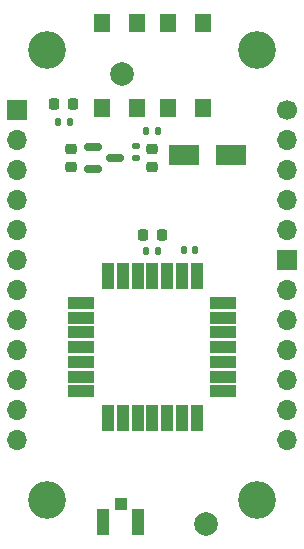
<source format=gts>
G04 #@! TF.GenerationSoftware,KiCad,Pcbnew,(6.0.6)*
G04 #@! TF.CreationDate,2022-10-28T15:12:27+11:00*
G04 #@! TF.ProjectId,CE-LoRa-E5-Breakout-Module,43452d4c-6f52-4612-9d45-352d42726561,rev?*
G04 #@! TF.SameCoordinates,Original*
G04 #@! TF.FileFunction,Soldermask,Top*
G04 #@! TF.FilePolarity,Negative*
%FSLAX46Y46*%
G04 Gerber Fmt 4.6, Leading zero omitted, Abs format (unit mm)*
G04 Created by KiCad (PCBNEW (6.0.6)) date 2022-10-28 15:12:27*
%MOMM*%
%LPD*%
G01*
G04 APERTURE LIST*
G04 Aperture macros list*
%AMRoundRect*
0 Rectangle with rounded corners*
0 $1 Rounding radius*
0 $2 $3 $4 $5 $6 $7 $8 $9 X,Y pos of 4 corners*
0 Add a 4 corners polygon primitive as box body*
4,1,4,$2,$3,$4,$5,$6,$7,$8,$9,$2,$3,0*
0 Add four circle primitives for the rounded corners*
1,1,$1+$1,$2,$3*
1,1,$1+$1,$4,$5*
1,1,$1+$1,$6,$7*
1,1,$1+$1,$8,$9*
0 Add four rect primitives between the rounded corners*
20,1,$1+$1,$2,$3,$4,$5,0*
20,1,$1+$1,$4,$5,$6,$7,0*
20,1,$1+$1,$6,$7,$8,$9,0*
20,1,$1+$1,$8,$9,$2,$3,0*%
G04 Aperture macros list end*
%ADD10C,3.200000*%
%ADD11R,1.700000X1.700000*%
%ADD12O,1.700000X1.700000*%
%ADD13C,1.700000*%
%ADD14RoundRect,0.135000X0.135000X0.185000X-0.135000X0.185000X-0.135000X-0.185000X0.135000X-0.185000X0*%
%ADD15RoundRect,0.218750X0.218750X0.256250X-0.218750X0.256250X-0.218750X-0.256250X0.218750X-0.256250X0*%
%ADD16C,2.000000*%
%ADD17RoundRect,0.150000X-0.587500X-0.150000X0.587500X-0.150000X0.587500X0.150000X-0.587500X0.150000X0*%
%ADD18RoundRect,0.140000X0.170000X-0.140000X0.170000X0.140000X-0.170000X0.140000X-0.170000X-0.140000X0*%
%ADD19RoundRect,0.225000X0.250000X-0.225000X0.250000X0.225000X-0.250000X0.225000X-0.250000X-0.225000X0*%
%ADD20R,1.000000X2.300000*%
%ADD21R,2.300000X1.000000*%
%ADD22R,1.000000X1.050000*%
%ADD23R,1.050000X2.200000*%
%ADD24RoundRect,0.135000X-0.135000X-0.185000X0.135000X-0.185000X0.135000X0.185000X-0.135000X0.185000X0*%
%ADD25R,1.400000X1.600000*%
%ADD26RoundRect,0.140000X0.140000X0.170000X-0.140000X0.170000X-0.140000X-0.170000X0.140000X-0.170000X0*%
%ADD27R,2.500000X1.800000*%
%ADD28RoundRect,0.218750X-0.218750X-0.256250X0.218750X-0.256250X0.218750X0.256250X-0.218750X0.256250X0*%
G04 APERTURE END LIST*
D10*
X137165000Y-76008000D03*
X119385000Y-76008000D03*
X119385000Y-114108000D03*
X137165000Y-114108000D03*
D11*
X116845000Y-81083000D03*
D12*
X116845000Y-83623000D03*
X116845000Y-86163000D03*
X116845000Y-88703000D03*
X116845000Y-91243000D03*
X116845000Y-93783000D03*
X116845000Y-96323000D03*
X116845000Y-98863000D03*
X116845000Y-101403000D03*
X116845000Y-103943000D03*
X116845000Y-106483000D03*
X116845000Y-109023000D03*
D13*
X139705000Y-81083000D03*
D12*
X139705000Y-83623000D03*
X139705000Y-86163000D03*
X139705000Y-88703000D03*
X139705000Y-91243000D03*
D11*
X139705000Y-93783000D03*
D12*
X139705000Y-96323000D03*
X139705000Y-98863000D03*
X139705000Y-101403000D03*
X139705000Y-103943000D03*
X139705000Y-106483000D03*
X139705000Y-109023000D03*
D14*
X128785000Y-82866000D03*
X127765000Y-82866000D03*
D15*
X129062500Y-91629000D03*
X127487500Y-91629000D03*
D14*
X121292000Y-82104000D03*
X120272000Y-82104000D03*
D16*
X132847000Y-116140000D03*
D17*
X123273500Y-84202000D03*
X123273500Y-86102000D03*
X125148500Y-85152000D03*
D18*
X126878000Y-85124000D03*
X126878000Y-84164000D03*
D19*
X121417000Y-85927000D03*
X121417000Y-84377000D03*
D20*
X132025000Y-95154000D03*
X130775000Y-95154000D03*
X129525000Y-95154000D03*
X128275000Y-95154000D03*
X127025000Y-95154000D03*
X125775000Y-95154000D03*
X124525000Y-95154000D03*
D21*
X122275000Y-97404000D03*
X122275000Y-98654000D03*
X122275000Y-99904000D03*
X122275000Y-101154000D03*
X122275000Y-102404000D03*
X122275000Y-103654000D03*
X122275000Y-104904000D03*
D20*
X124525000Y-107154000D03*
X125775000Y-107154000D03*
X127025000Y-107154000D03*
X128275000Y-107154000D03*
X129525000Y-107154000D03*
X130775000Y-107154000D03*
X132025000Y-107154000D03*
D21*
X134275000Y-104904000D03*
X134275000Y-103654000D03*
X134275000Y-102404000D03*
X134275000Y-101154000D03*
X134275000Y-99904000D03*
X134275000Y-98654000D03*
X134275000Y-97404000D03*
D22*
X125608000Y-114455000D03*
D23*
X124133000Y-115980000D03*
X127083000Y-115980000D03*
D24*
X127765000Y-93026000D03*
X128785000Y-93026000D03*
D25*
X123981000Y-80878000D03*
X123981000Y-73678000D03*
X126981000Y-73678000D03*
X126981000Y-80878000D03*
D19*
X128275000Y-85927000D03*
X128275000Y-84377000D03*
D25*
X132569000Y-73678000D03*
X132569000Y-80878000D03*
X129569000Y-80878000D03*
X129569000Y-73678000D03*
D16*
X125735000Y-78040000D03*
D26*
X131930000Y-92899000D03*
X130970000Y-92899000D03*
D27*
X130974000Y-84898000D03*
X134974000Y-84898000D03*
D28*
X119994500Y-80580000D03*
X121569500Y-80580000D03*
M02*

</source>
